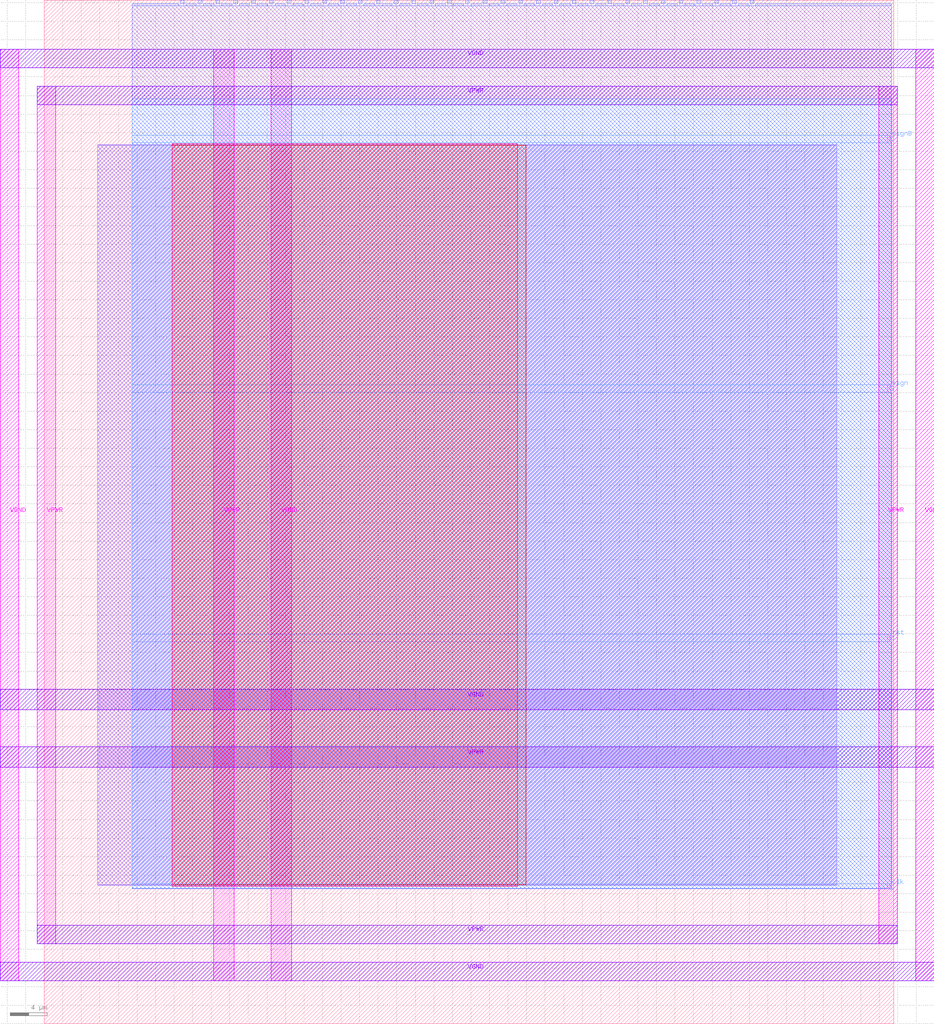
<source format=lef>
VERSION 5.7 ;
  NOWIREEXTENSIONATPIN ON ;
  DIVIDERCHAR "/" ;
  BUSBITCHARS "[]" ;
MACRO DigitalSine
  CLASS BLOCK ;
  FOREIGN DigitalSine ;
  ORIGIN 0.000 0.000 ;
  SIZE 91.550 BY 110.270 ;
  PIN VGND
    DIRECTION INOUT ;
    USE GROUND ;
    PORT
      LAYER TopMetal1 ;
        RECT -4.740 4.620 -2.740 105.000 ;
    END
    PORT
      LAYER TopMetal2 ;
        RECT -4.740 4.620 95.940 6.620 ;
    END
    PORT
      LAYER TopMetal2 ;
        RECT -4.740 103.000 95.940 105.000 ;
    END
    PORT
      LAYER TopMetal1 ;
        RECT 93.940 4.620 95.940 105.000 ;
    END
    PORT
      LAYER TopMetal1 ;
        RECT 24.460 4.620 26.660 105.000 ;
    END
    PORT
      LAYER TopMetal2 ;
        RECT -4.740 33.820 95.940 36.020 ;
    END
  END VGND
  PIN VPWR
    DIRECTION INOUT ;
    USE POWER ;
    PORT
      LAYER TopMetal1 ;
        RECT -0.740 8.620 1.260 101.000 ;
    END
    PORT
      LAYER TopMetal2 ;
        RECT -0.740 8.620 91.940 10.620 ;
    END
    PORT
      LAYER TopMetal2 ;
        RECT -0.740 99.000 91.940 101.000 ;
    END
    PORT
      LAYER TopMetal1 ;
        RECT 89.940 8.620 91.940 101.000 ;
    END
    PORT
      LAYER TopMetal1 ;
        RECT 18.260 4.620 20.460 105.000 ;
    END
    PORT
      LAYER TopMetal2 ;
        RECT -4.740 27.620 95.940 29.820 ;
    END
  END VPWR
  PIN clk
    DIRECTION INPUT ;
    USE SIGNAL ;
    ANTENNAGATEAREA 0.725400 ;
    PORT
      LAYER Metal3 ;
        RECT 91.150 14.500 91.550 14.900 ;
    END
  END clk
  PIN rst
    DIRECTION INPUT ;
    USE SIGNAL ;
    ANTENNAGATEAREA 0.180700 ;
    PORT
      LAYER Metal3 ;
        RECT 91.150 41.380 91.550 41.780 ;
    END
  END rst
  PIN sign
    DIRECTION OUTPUT ;
    USE SIGNAL ;
    ANTENNADIFFAREA 0.708600 ;
    PORT
      LAYER Metal3 ;
        RECT 91.150 68.260 91.550 68.660 ;
    END
  END sign
  PIN signB
    DIRECTION OUTPUT ;
    USE SIGNAL ;
    ANTENNADIFFAREA 0.708600 ;
    PORT
      LAYER Metal3 ;
        RECT 91.150 95.140 91.550 95.540 ;
    END
  END signB
  PIN sine_out[0]
    DIRECTION OUTPUT ;
    USE SIGNAL ;
    ANTENNADIFFAREA 0.708600 ;
    PORT
      LAYER Metal2 ;
        RECT 14.680 109.870 15.080 110.270 ;
    END
  END sine_out[0]
  PIN sine_out[10]
    DIRECTION OUTPUT ;
    USE SIGNAL ;
    ANTENNADIFFAREA 0.708600 ;
    PORT
      LAYER Metal2 ;
        RECT 33.880 109.870 34.280 110.270 ;
    END
  END sine_out[10]
  PIN sine_out[11]
    DIRECTION OUTPUT ;
    USE SIGNAL ;
    ANTENNADIFFAREA 0.708600 ;
    PORT
      LAYER Metal2 ;
        RECT 35.800 109.870 36.200 110.270 ;
    END
  END sine_out[11]
  PIN sine_out[12]
    DIRECTION OUTPUT ;
    USE SIGNAL ;
    ANTENNADIFFAREA 0.708600 ;
    PORT
      LAYER Metal2 ;
        RECT 37.720 109.870 38.120 110.270 ;
    END
  END sine_out[12]
  PIN sine_out[13]
    DIRECTION OUTPUT ;
    USE SIGNAL ;
    ANTENNADIFFAREA 0.708600 ;
    PORT
      LAYER Metal2 ;
        RECT 39.640 109.870 40.040 110.270 ;
    END
  END sine_out[13]
  PIN sine_out[14]
    DIRECTION OUTPUT ;
    USE SIGNAL ;
    ANTENNADIFFAREA 0.708600 ;
    PORT
      LAYER Metal2 ;
        RECT 41.560 109.870 41.960 110.270 ;
    END
  END sine_out[14]
  PIN sine_out[15]
    DIRECTION OUTPUT ;
    USE SIGNAL ;
    ANTENNADIFFAREA 0.708600 ;
    PORT
      LAYER Metal2 ;
        RECT 43.480 109.870 43.880 110.270 ;
    END
  END sine_out[15]
  PIN sine_out[16]
    DIRECTION OUTPUT ;
    USE SIGNAL ;
    ANTENNADIFFAREA 0.708600 ;
    PORT
      LAYER Metal2 ;
        RECT 45.400 109.870 45.800 110.270 ;
    END
  END sine_out[16]
  PIN sine_out[17]
    DIRECTION OUTPUT ;
    USE SIGNAL ;
    ANTENNADIFFAREA 0.708600 ;
    PORT
      LAYER Metal2 ;
        RECT 47.320 109.870 47.720 110.270 ;
    END
  END sine_out[17]
  PIN sine_out[18]
    DIRECTION OUTPUT ;
    USE SIGNAL ;
    ANTENNADIFFAREA 0.708600 ;
    PORT
      LAYER Metal2 ;
        RECT 49.240 109.870 49.640 110.270 ;
    END
  END sine_out[18]
  PIN sine_out[19]
    DIRECTION OUTPUT ;
    USE SIGNAL ;
    ANTENNADIFFAREA 0.708600 ;
    PORT
      LAYER Metal2 ;
        RECT 51.160 109.870 51.560 110.270 ;
    END
  END sine_out[19]
  PIN sine_out[1]
    DIRECTION OUTPUT ;
    USE SIGNAL ;
    ANTENNADIFFAREA 0.708600 ;
    PORT
      LAYER Metal2 ;
        RECT 16.600 109.870 17.000 110.270 ;
    END
  END sine_out[1]
  PIN sine_out[20]
    DIRECTION OUTPUT ;
    USE SIGNAL ;
    ANTENNADIFFAREA 0.708600 ;
    PORT
      LAYER Metal2 ;
        RECT 53.080 109.870 53.480 110.270 ;
    END
  END sine_out[20]
  PIN sine_out[21]
    DIRECTION OUTPUT ;
    USE SIGNAL ;
    ANTENNADIFFAREA 0.708600 ;
    PORT
      LAYER Metal2 ;
        RECT 55.000 109.870 55.400 110.270 ;
    END
  END sine_out[21]
  PIN sine_out[22]
    DIRECTION OUTPUT ;
    USE SIGNAL ;
    ANTENNADIFFAREA 0.708600 ;
    PORT
      LAYER Metal2 ;
        RECT 56.920 109.870 57.320 110.270 ;
    END
  END sine_out[22]
  PIN sine_out[23]
    DIRECTION OUTPUT ;
    USE SIGNAL ;
    ANTENNADIFFAREA 0.708600 ;
    PORT
      LAYER Metal2 ;
        RECT 58.840 109.870 59.240 110.270 ;
    END
  END sine_out[23]
  PIN sine_out[24]
    DIRECTION OUTPUT ;
    USE SIGNAL ;
    ANTENNADIFFAREA 0.708600 ;
    PORT
      LAYER Metal2 ;
        RECT 60.760 109.870 61.160 110.270 ;
    END
  END sine_out[24]
  PIN sine_out[25]
    DIRECTION OUTPUT ;
    USE SIGNAL ;
    ANTENNADIFFAREA 0.708600 ;
    PORT
      LAYER Metal2 ;
        RECT 62.680 109.870 63.080 110.270 ;
    END
  END sine_out[25]
  PIN sine_out[26]
    DIRECTION OUTPUT ;
    USE SIGNAL ;
    ANTENNADIFFAREA 0.708600 ;
    PORT
      LAYER Metal2 ;
        RECT 64.600 109.870 65.000 110.270 ;
    END
  END sine_out[26]
  PIN sine_out[27]
    DIRECTION OUTPUT ;
    USE SIGNAL ;
    ANTENNADIFFAREA 0.708600 ;
    PORT
      LAYER Metal2 ;
        RECT 66.520 109.870 66.920 110.270 ;
    END
  END sine_out[27]
  PIN sine_out[28]
    DIRECTION OUTPUT ;
    USE SIGNAL ;
    ANTENNADIFFAREA 0.708600 ;
    PORT
      LAYER Metal2 ;
        RECT 68.440 109.870 68.840 110.270 ;
    END
  END sine_out[28]
  PIN sine_out[29]
    DIRECTION OUTPUT ;
    USE SIGNAL ;
    ANTENNADIFFAREA 0.708600 ;
    PORT
      LAYER Metal2 ;
        RECT 70.360 109.870 70.760 110.270 ;
    END
  END sine_out[29]
  PIN sine_out[2]
    DIRECTION OUTPUT ;
    USE SIGNAL ;
    ANTENNADIFFAREA 0.708600 ;
    PORT
      LAYER Metal2 ;
        RECT 18.520 109.870 18.920 110.270 ;
    END
  END sine_out[2]
  PIN sine_out[30]
    DIRECTION OUTPUT ;
    USE SIGNAL ;
    ANTENNADIFFAREA 0.708600 ;
    PORT
      LAYER Metal2 ;
        RECT 72.280 109.870 72.680 110.270 ;
    END
  END sine_out[30]
  PIN sine_out[31]
    DIRECTION OUTPUT ;
    USE SIGNAL ;
    ANTENNADIFFAREA 0.708600 ;
    PORT
      LAYER Metal2 ;
        RECT 74.200 109.870 74.600 110.270 ;
    END
  END sine_out[31]
  PIN sine_out[32]
    DIRECTION OUTPUT ;
    USE SIGNAL ;
    ANTENNADIFFAREA 0.708600 ;
    PORT
      LAYER Metal2 ;
        RECT 76.120 109.870 76.520 110.270 ;
    END
  END sine_out[32]
  PIN sine_out[3]
    DIRECTION OUTPUT ;
    USE SIGNAL ;
    ANTENNADIFFAREA 0.708600 ;
    PORT
      LAYER Metal2 ;
        RECT 20.440 109.870 20.840 110.270 ;
    END
  END sine_out[3]
  PIN sine_out[4]
    DIRECTION OUTPUT ;
    USE SIGNAL ;
    ANTENNADIFFAREA 0.708600 ;
    PORT
      LAYER Metal2 ;
        RECT 22.360 109.870 22.760 110.270 ;
    END
  END sine_out[4]
  PIN sine_out[5]
    DIRECTION OUTPUT ;
    USE SIGNAL ;
    ANTENNADIFFAREA 0.708600 ;
    PORT
      LAYER Metal2 ;
        RECT 24.280 109.870 24.680 110.270 ;
    END
  END sine_out[5]
  PIN sine_out[6]
    DIRECTION OUTPUT ;
    USE SIGNAL ;
    ANTENNADIFFAREA 0.708600 ;
    PORT
      LAYER Metal2 ;
        RECT 26.200 109.870 26.600 110.270 ;
    END
  END sine_out[6]
  PIN sine_out[7]
    DIRECTION OUTPUT ;
    USE SIGNAL ;
    ANTENNADIFFAREA 0.708600 ;
    PORT
      LAYER Metal2 ;
        RECT 28.120 109.870 28.520 110.270 ;
    END
  END sine_out[7]
  PIN sine_out[8]
    DIRECTION OUTPUT ;
    USE SIGNAL ;
    ANTENNADIFFAREA 0.708600 ;
    PORT
      LAYER Metal2 ;
        RECT 30.040 109.870 30.440 110.270 ;
    END
  END sine_out[8]
  PIN sine_out[9]
    DIRECTION OUTPUT ;
    USE SIGNAL ;
    ANTENNADIFFAREA 0.708600 ;
    PORT
      LAYER Metal2 ;
        RECT 31.960 109.870 32.360 110.270 ;
    END
  END sine_out[9]
  OBS
      LAYER GatPoly ;
        RECT 5.760 14.970 85.440 94.650 ;
      LAYER Metal1 ;
        RECT 5.760 14.900 85.440 94.720 ;
      LAYER Metal2 ;
        RECT 9.495 109.660 14.470 109.870 ;
        RECT 15.290 109.660 16.390 109.870 ;
        RECT 17.210 109.660 18.310 109.870 ;
        RECT 19.130 109.660 20.230 109.870 ;
        RECT 21.050 109.660 22.150 109.870 ;
        RECT 22.970 109.660 24.070 109.870 ;
        RECT 24.890 109.660 25.990 109.870 ;
        RECT 26.810 109.660 27.910 109.870 ;
        RECT 28.730 109.660 29.830 109.870 ;
        RECT 30.650 109.660 31.750 109.870 ;
        RECT 32.570 109.660 33.670 109.870 ;
        RECT 34.490 109.660 35.590 109.870 ;
        RECT 36.410 109.660 37.510 109.870 ;
        RECT 38.330 109.660 39.430 109.870 ;
        RECT 40.250 109.660 41.350 109.870 ;
        RECT 42.170 109.660 43.270 109.870 ;
        RECT 44.090 109.660 45.190 109.870 ;
        RECT 46.010 109.660 47.110 109.870 ;
        RECT 47.930 109.660 49.030 109.870 ;
        RECT 49.850 109.660 50.950 109.870 ;
        RECT 51.770 109.660 52.870 109.870 ;
        RECT 53.690 109.660 54.790 109.870 ;
        RECT 55.610 109.660 56.710 109.870 ;
        RECT 57.530 109.660 58.630 109.870 ;
        RECT 59.450 109.660 60.550 109.870 ;
        RECT 61.370 109.660 62.470 109.870 ;
        RECT 63.290 109.660 64.390 109.870 ;
        RECT 65.210 109.660 66.310 109.870 ;
        RECT 67.130 109.660 68.230 109.870 ;
        RECT 69.050 109.660 70.150 109.870 ;
        RECT 70.970 109.660 72.070 109.870 ;
        RECT 72.890 109.660 73.990 109.870 ;
        RECT 74.810 109.660 75.910 109.870 ;
        RECT 76.730 109.660 91.305 109.870 ;
        RECT 9.495 14.555 91.305 109.660 ;
      LAYER Metal3 ;
        RECT 9.455 95.750 91.345 99.640 ;
        RECT 9.455 94.930 90.940 95.750 ;
        RECT 9.455 68.870 91.345 94.930 ;
        RECT 9.455 68.050 90.940 68.870 ;
        RECT 9.455 41.990 91.345 68.050 ;
        RECT 9.455 41.170 90.940 41.990 ;
        RECT 9.455 15.110 91.345 41.170 ;
        RECT 9.455 14.600 90.940 15.110 ;
      LAYER Metal4 ;
        RECT 13.815 14.975 51.940 94.645 ;
      LAYER Metal5 ;
        RECT 13.775 14.810 51.025 94.810 ;
  END
END DigitalSine
END LIBRARY


</source>
